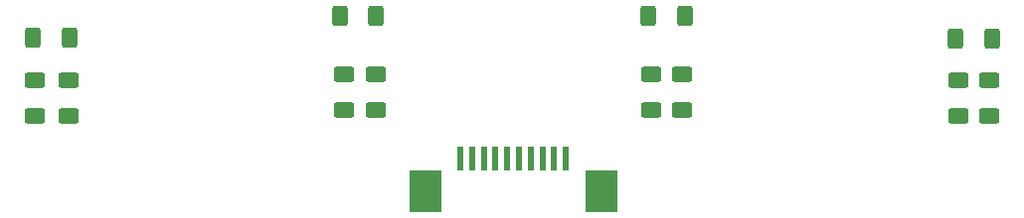
<source format=gtp>
G04 #@! TF.GenerationSoftware,KiCad,Pcbnew,7.0.5*
G04 #@! TF.CreationDate,2023-08-03T16:32:48+02:00*
G04 #@! TF.ProjectId,Sensores,53656e73-6f72-4657-932e-6b696361645f,rev?*
G04 #@! TF.SameCoordinates,Original*
G04 #@! TF.FileFunction,Paste,Top*
G04 #@! TF.FilePolarity,Positive*
%FSLAX46Y46*%
G04 Gerber Fmt 4.6, Leading zero omitted, Abs format (unit mm)*
G04 Created by KiCad (PCBNEW 7.0.5) date 2023-08-03 16:32:48*
%MOMM*%
%LPD*%
G01*
G04 APERTURE LIST*
G04 Aperture macros list*
%AMRoundRect*
0 Rectangle with rounded corners*
0 $1 Rounding radius*
0 $2 $3 $4 $5 $6 $7 $8 $9 X,Y pos of 4 corners*
0 Add a 4 corners polygon primitive as box body*
4,1,4,$2,$3,$4,$5,$6,$7,$8,$9,$2,$3,0*
0 Add four circle primitives for the rounded corners*
1,1,$1+$1,$2,$3*
1,1,$1+$1,$4,$5*
1,1,$1+$1,$6,$7*
1,1,$1+$1,$8,$9*
0 Add four rect primitives between the rounded corners*
20,1,$1+$1,$2,$3,$4,$5,0*
20,1,$1+$1,$4,$5,$6,$7,0*
20,1,$1+$1,$6,$7,$8,$9,0*
20,1,$1+$1,$8,$9,$2,$3,0*%
G04 Aperture macros list end*
%ADD10RoundRect,0.250000X0.400000X0.625000X-0.400000X0.625000X-0.400000X-0.625000X0.400000X-0.625000X0*%
%ADD11RoundRect,0.250000X-0.625000X0.400000X-0.625000X-0.400000X0.625000X-0.400000X0.625000X0.400000X0*%
%ADD12R,0.610000X2.000000*%
%ADD13R,2.680000X3.600000*%
G04 APERTURE END LIST*
D10*
X125552800Y-99974400D03*
X122452800Y-99974400D03*
D11*
X151664000Y-103073200D03*
X151664000Y-106173200D03*
D10*
X151664000Y-98094800D03*
X148564000Y-98094800D03*
D11*
X203911200Y-103606000D03*
X203911200Y-106706000D03*
D12*
X158822000Y-110345200D03*
X159822000Y-110345200D03*
X160822000Y-110345200D03*
X161822000Y-110345200D03*
X162822000Y-110345200D03*
X163822000Y-110345200D03*
X164822000Y-110345200D03*
X165822000Y-110345200D03*
X166822000Y-110345200D03*
X167822000Y-110345200D03*
D13*
X155832000Y-113145200D03*
X170812000Y-113145200D03*
D11*
X175056800Y-103098000D03*
X175056800Y-106198000D03*
D10*
X204089600Y-100076000D03*
X200989600Y-100076000D03*
X177953600Y-98145600D03*
X174853600Y-98145600D03*
D11*
X122580400Y-103581200D03*
X122580400Y-106681200D03*
X148894800Y-103072000D03*
X148894800Y-106172000D03*
X177698400Y-103098000D03*
X177698400Y-106198000D03*
X201218800Y-103606000D03*
X201218800Y-106706000D03*
X125476000Y-103581200D03*
X125476000Y-106681200D03*
M02*

</source>
